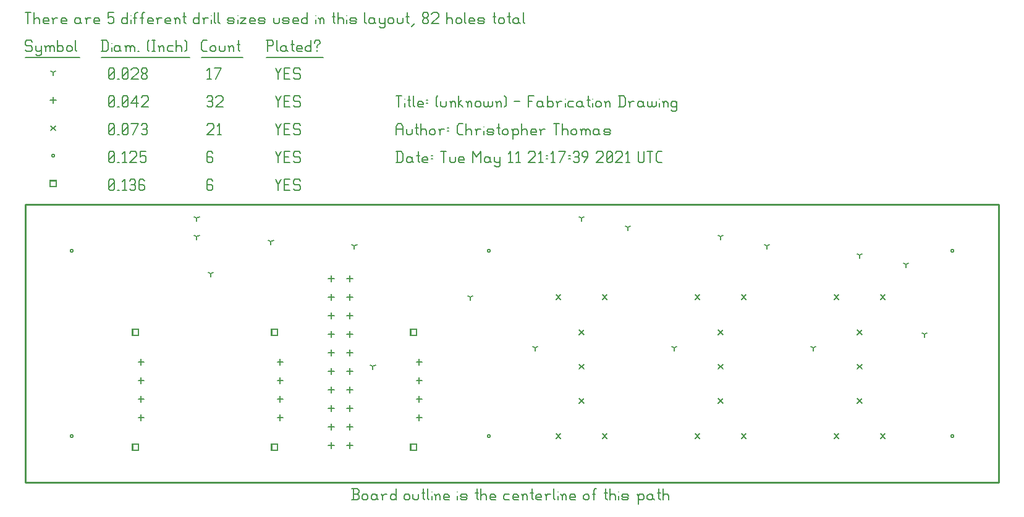
<source format=gbr>
G04 start of page 12 for group -3984 idx -3984 *
G04 Title: (unknown), fab *
G04 Creator: pcb 4.2.2 *
G04 CreationDate: Tue May 11 21:17:39 2021 UTC *
G04 For: thomasc *
G04 Format: Gerber/RS-274X *
G04 PCB-Dimensions (mil): 5250.00 1500.00 *
G04 PCB-Coordinate-Origin: lower left *
%MOIN*%
%FSLAX25Y25*%
%LNFAB*%
%ADD60C,0.0100*%
%ADD59C,0.0075*%
%ADD58C,0.0060*%
%ADD57R,0.0080X0.0080*%
G54D57*X207900Y20600D02*X211100D01*
X207900D02*Y17400D01*
X211100D01*
Y20600D02*Y17400D01*
X207900Y82600D02*X211100D01*
X207900D02*Y79400D01*
X211100D01*
Y82600D02*Y79400D01*
X57900Y20600D02*X61100D01*
X57900D02*Y17400D01*
X61100D01*
Y20600D02*Y17400D01*
X57900Y82600D02*X61100D01*
X57900D02*Y79400D01*
X61100D01*
Y82600D02*Y79400D01*
X132900Y20600D02*X136100D01*
X132900D02*Y17400D01*
X136100D01*
Y20600D02*Y17400D01*
X132900Y82600D02*X136100D01*
X132900D02*Y79400D01*
X136100D01*
Y82600D02*Y79400D01*
X13400Y162850D02*X16600D01*
X13400D02*Y159650D01*
X16600D01*
Y162850D02*Y159650D01*
G54D58*X135000Y163500D02*X136500Y160500D01*
X138000Y163500D01*
X136500Y160500D02*Y157500D01*
X139800Y160800D02*X142050D01*
X139800Y157500D02*X142800D01*
X139800Y163500D02*Y157500D01*
Y163500D02*X142800D01*
X147600D02*X148350Y162750D01*
X145350Y163500D02*X147600D01*
X144600Y162750D02*X145350Y163500D01*
X144600Y162750D02*Y161250D01*
X145350Y160500D01*
X147600D01*
X148350Y159750D01*
Y158250D01*
X147600Y157500D02*X148350Y158250D01*
X145350Y157500D02*X147600D01*
X144600Y158250D02*X145350Y157500D01*
X100250Y163500D02*X101000Y162750D01*
X98750Y163500D02*X100250D01*
X98000Y162750D02*X98750Y163500D01*
X98000Y162750D02*Y158250D01*
X98750Y157500D01*
X100250Y160800D02*X101000Y160050D01*
X98000Y160800D02*X100250D01*
X98750Y157500D02*X100250D01*
X101000Y158250D01*
Y160050D02*Y158250D01*
X45000D02*X45750Y157500D01*
X45000Y162750D02*Y158250D01*
Y162750D02*X45750Y163500D01*
X47250D01*
X48000Y162750D01*
Y158250D01*
X47250Y157500D02*X48000Y158250D01*
X45750Y157500D02*X47250D01*
X45000Y159000D02*X48000Y162000D01*
X49800Y157500D02*X50550D01*
X52350Y162300D02*X53550Y163500D01*
Y157500D01*
X52350D02*X54600D01*
X56400Y162750D02*X57150Y163500D01*
X58650D01*
X59400Y162750D01*
X58650Y157500D02*X59400Y158250D01*
X57150Y157500D02*X58650D01*
X56400Y158250D02*X57150Y157500D01*
Y160800D02*X58650D01*
X59400Y162750D02*Y161550D01*
Y160050D02*Y158250D01*
Y160050D02*X58650Y160800D01*
X59400Y161550D02*X58650Y160800D01*
X63450Y163500D02*X64200Y162750D01*
X61950Y163500D02*X63450D01*
X61200Y162750D02*X61950Y163500D01*
X61200Y162750D02*Y158250D01*
X61950Y157500D01*
X63450Y160800D02*X64200Y160050D01*
X61200Y160800D02*X63450D01*
X61950Y157500D02*X63450D01*
X64200Y158250D01*
Y160050D02*Y158250D01*
X24200Y125000D02*G75*G03X25800Y125000I800J0D01*G01*
G75*G03X24200Y125000I-800J0D01*G01*
Y25000D02*G75*G03X25800Y25000I800J0D01*G01*
G75*G03X24200Y25000I-800J0D01*G01*
X249200Y125000D02*G75*G03X250800Y125000I800J0D01*G01*
G75*G03X249200Y125000I-800J0D01*G01*
Y25000D02*G75*G03X250800Y25000I800J0D01*G01*
G75*G03X249200Y25000I-800J0D01*G01*
X499200Y125000D02*G75*G03X500800Y125000I800J0D01*G01*
G75*G03X499200Y125000I-800J0D01*G01*
Y25000D02*G75*G03X500800Y25000I800J0D01*G01*
G75*G03X499200Y25000I-800J0D01*G01*
X14200Y176250D02*G75*G03X15800Y176250I800J0D01*G01*
G75*G03X14200Y176250I-800J0D01*G01*
X135000Y178500D02*X136500Y175500D01*
X138000Y178500D01*
X136500Y175500D02*Y172500D01*
X139800Y175800D02*X142050D01*
X139800Y172500D02*X142800D01*
X139800Y178500D02*Y172500D01*
Y178500D02*X142800D01*
X147600D02*X148350Y177750D01*
X145350Y178500D02*X147600D01*
X144600Y177750D02*X145350Y178500D01*
X144600Y177750D02*Y176250D01*
X145350Y175500D01*
X147600D01*
X148350Y174750D01*
Y173250D01*
X147600Y172500D02*X148350Y173250D01*
X145350Y172500D02*X147600D01*
X144600Y173250D02*X145350Y172500D01*
X100250Y178500D02*X101000Y177750D01*
X98750Y178500D02*X100250D01*
X98000Y177750D02*X98750Y178500D01*
X98000Y177750D02*Y173250D01*
X98750Y172500D01*
X100250Y175800D02*X101000Y175050D01*
X98000Y175800D02*X100250D01*
X98750Y172500D02*X100250D01*
X101000Y173250D01*
Y175050D02*Y173250D01*
X45000D02*X45750Y172500D01*
X45000Y177750D02*Y173250D01*
Y177750D02*X45750Y178500D01*
X47250D01*
X48000Y177750D01*
Y173250D01*
X47250Y172500D02*X48000Y173250D01*
X45750Y172500D02*X47250D01*
X45000Y174000D02*X48000Y177000D01*
X49800Y172500D02*X50550D01*
X52350Y177300D02*X53550Y178500D01*
Y172500D01*
X52350D02*X54600D01*
X56400Y177750D02*X57150Y178500D01*
X59400D01*
X60150Y177750D01*
Y176250D01*
X56400Y172500D02*X60150Y176250D01*
X56400Y172500D02*X60150D01*
X61950Y178500D02*X64950D01*
X61950D02*Y175500D01*
X62700Y176250D01*
X64200D01*
X64950Y175500D01*
Y173250D01*
X64200Y172500D02*X64950Y173250D01*
X62700Y172500D02*X64200D01*
X61950Y173250D02*X62700Y172500D01*
X461300Y101200D02*X463700Y98800D01*
X461300D02*X463700Y101200D01*
X436300D02*X438700Y98800D01*
X436300D02*X438700Y101200D01*
X461300Y26200D02*X463700Y23800D01*
X461300D02*X463700Y26200D01*
X436300D02*X438700Y23800D01*
X436300D02*X438700Y26200D01*
X448800Y63700D02*X451200Y61300D01*
X448800D02*X451200Y63700D01*
X448800Y82200D02*X451200Y79800D01*
X448800D02*X451200Y82200D01*
X448800Y45200D02*X451200Y42800D01*
X448800D02*X451200Y45200D01*
X386300Y101200D02*X388700Y98800D01*
X386300D02*X388700Y101200D01*
X361300D02*X363700Y98800D01*
X361300D02*X363700Y101200D01*
X386300Y26200D02*X388700Y23800D01*
X386300D02*X388700Y26200D01*
X361300D02*X363700Y23800D01*
X361300D02*X363700Y26200D01*
X373800Y63700D02*X376200Y61300D01*
X373800D02*X376200Y63700D01*
X373800Y82200D02*X376200Y79800D01*
X373800D02*X376200Y82200D01*
X373800Y45200D02*X376200Y42800D01*
X373800D02*X376200Y45200D01*
X311300Y101200D02*X313700Y98800D01*
X311300D02*X313700Y101200D01*
X286300D02*X288700Y98800D01*
X286300D02*X288700Y101200D01*
X311300Y26200D02*X313700Y23800D01*
X311300D02*X313700Y26200D01*
X286300D02*X288700Y23800D01*
X286300D02*X288700Y26200D01*
X298800Y63700D02*X301200Y61300D01*
X298800D02*X301200Y63700D01*
X298800Y82200D02*X301200Y79800D01*
X298800D02*X301200Y82200D01*
X298800Y45200D02*X301200Y42800D01*
X298800D02*X301200Y45200D01*
X13800Y192450D02*X16200Y190050D01*
X13800D02*X16200Y192450D01*
X135000Y193500D02*X136500Y190500D01*
X138000Y193500D01*
X136500Y190500D02*Y187500D01*
X139800Y190800D02*X142050D01*
X139800Y187500D02*X142800D01*
X139800Y193500D02*Y187500D01*
Y193500D02*X142800D01*
X147600D02*X148350Y192750D01*
X145350Y193500D02*X147600D01*
X144600Y192750D02*X145350Y193500D01*
X144600Y192750D02*Y191250D01*
X145350Y190500D01*
X147600D01*
X148350Y189750D01*
Y188250D01*
X147600Y187500D02*X148350Y188250D01*
X145350Y187500D02*X147600D01*
X144600Y188250D02*X145350Y187500D01*
X98000Y192750D02*X98750Y193500D01*
X101000D01*
X101750Y192750D01*
Y191250D01*
X98000Y187500D02*X101750Y191250D01*
X98000Y187500D02*X101750D01*
X103550Y192300D02*X104750Y193500D01*
Y187500D01*
X103550D02*X105800D01*
X45000Y188250D02*X45750Y187500D01*
X45000Y192750D02*Y188250D01*
Y192750D02*X45750Y193500D01*
X47250D01*
X48000Y192750D01*
Y188250D01*
X47250Y187500D02*X48000Y188250D01*
X45750Y187500D02*X47250D01*
X45000Y189000D02*X48000Y192000D01*
X49800Y187500D02*X50550D01*
X52350Y188250D02*X53100Y187500D01*
X52350Y192750D02*Y188250D01*
Y192750D02*X53100Y193500D01*
X54600D01*
X55350Y192750D01*
Y188250D01*
X54600Y187500D02*X55350Y188250D01*
X53100Y187500D02*X54600D01*
X52350Y189000D02*X55350Y192000D01*
X57900Y187500D02*X60900Y193500D01*
X57150D02*X60900D01*
X62700Y192750D02*X63450Y193500D01*
X64950D01*
X65700Y192750D01*
X64950Y187500D02*X65700Y188250D01*
X63450Y187500D02*X64950D01*
X62700Y188250D02*X63450Y187500D01*
Y190800D02*X64950D01*
X65700Y192750D02*Y191550D01*
Y190050D02*Y188250D01*
Y190050D02*X64950Y190800D01*
X65700Y191550D02*X64950Y190800D01*
X212500Y66600D02*Y63400D01*
X210900Y65000D02*X214100D01*
X212500Y56600D02*Y53400D01*
X210900Y55000D02*X214100D01*
X212500Y46600D02*Y43400D01*
X210900Y45000D02*X214100D01*
X212500Y36600D02*Y33400D01*
X210900Y35000D02*X214100D01*
X62500Y66600D02*Y63400D01*
X60900Y65000D02*X64100D01*
X62500Y56600D02*Y53400D01*
X60900Y55000D02*X64100D01*
X62500Y46600D02*Y43400D01*
X60900Y45000D02*X64100D01*
X62500Y36600D02*Y33400D01*
X60900Y35000D02*X64100D01*
X137500Y66600D02*Y63400D01*
X135900Y65000D02*X139100D01*
X137500Y56600D02*Y53400D01*
X135900Y55000D02*X139100D01*
X137500Y46600D02*Y43400D01*
X135900Y45000D02*X139100D01*
X137500Y36600D02*Y33400D01*
X135900Y35000D02*X139100D01*
X175000Y111600D02*Y108400D01*
X173400Y110000D02*X176600D01*
X165000Y111600D02*Y108400D01*
X163400Y110000D02*X166600D01*
X175000Y101600D02*Y98400D01*
X173400Y100000D02*X176600D01*
X165000Y101600D02*Y98400D01*
X163400Y100000D02*X166600D01*
X175000Y91600D02*Y88400D01*
X173400Y90000D02*X176600D01*
X165000Y91600D02*Y88400D01*
X163400Y90000D02*X166600D01*
X175000Y81600D02*Y78400D01*
X173400Y80000D02*X176600D01*
X165000Y81600D02*Y78400D01*
X163400Y80000D02*X166600D01*
X175000Y71600D02*Y68400D01*
X173400Y70000D02*X176600D01*
X165000Y71600D02*Y68400D01*
X163400Y70000D02*X166600D01*
X175000Y61600D02*Y58400D01*
X173400Y60000D02*X176600D01*
X165000Y61600D02*Y58400D01*
X163400Y60000D02*X166600D01*
X175000Y51600D02*Y48400D01*
X173400Y50000D02*X176600D01*
X165000Y51600D02*Y48400D01*
X163400Y50000D02*X166600D01*
X175000Y41600D02*Y38400D01*
X173400Y40000D02*X176600D01*
X165000Y41600D02*Y38400D01*
X163400Y40000D02*X166600D01*
X175000Y31600D02*Y28400D01*
X173400Y30000D02*X176600D01*
X165000Y31600D02*Y28400D01*
X163400Y30000D02*X166600D01*
X175000Y21600D02*Y18400D01*
X173400Y20000D02*X176600D01*
X165000Y21600D02*Y18400D01*
X163400Y20000D02*X166600D01*
X15000Y207850D02*Y204650D01*
X13400Y206250D02*X16600D01*
X135000Y208500D02*X136500Y205500D01*
X138000Y208500D01*
X136500Y205500D02*Y202500D01*
X139800Y205800D02*X142050D01*
X139800Y202500D02*X142800D01*
X139800Y208500D02*Y202500D01*
Y208500D02*X142800D01*
X147600D02*X148350Y207750D01*
X145350Y208500D02*X147600D01*
X144600Y207750D02*X145350Y208500D01*
X144600Y207750D02*Y206250D01*
X145350Y205500D01*
X147600D01*
X148350Y204750D01*
Y203250D01*
X147600Y202500D02*X148350Y203250D01*
X145350Y202500D02*X147600D01*
X144600Y203250D02*X145350Y202500D01*
X98000Y207750D02*X98750Y208500D01*
X100250D01*
X101000Y207750D01*
X100250Y202500D02*X101000Y203250D01*
X98750Y202500D02*X100250D01*
X98000Y203250D02*X98750Y202500D01*
Y205800D02*X100250D01*
X101000Y207750D02*Y206550D01*
Y205050D02*Y203250D01*
Y205050D02*X100250Y205800D01*
X101000Y206550D02*X100250Y205800D01*
X102800Y207750D02*X103550Y208500D01*
X105800D01*
X106550Y207750D01*
Y206250D01*
X102800Y202500D02*X106550Y206250D01*
X102800Y202500D02*X106550D01*
X45000Y203250D02*X45750Y202500D01*
X45000Y207750D02*Y203250D01*
Y207750D02*X45750Y208500D01*
X47250D01*
X48000Y207750D01*
Y203250D01*
X47250Y202500D02*X48000Y203250D01*
X45750Y202500D02*X47250D01*
X45000Y204000D02*X48000Y207000D01*
X49800Y202500D02*X50550D01*
X52350Y203250D02*X53100Y202500D01*
X52350Y207750D02*Y203250D01*
Y207750D02*X53100Y208500D01*
X54600D01*
X55350Y207750D01*
Y203250D01*
X54600Y202500D02*X55350Y203250D01*
X53100Y202500D02*X54600D01*
X52350Y204000D02*X55350Y207000D01*
X57150Y204750D02*X60150Y208500D01*
X57150Y204750D02*X60900D01*
X60150Y208500D02*Y202500D01*
X62700Y207750D02*X63450Y208500D01*
X65700D01*
X66450Y207750D01*
Y206250D01*
X62700Y202500D02*X66450Y206250D01*
X62700Y202500D02*X66450D01*
X187500Y62500D02*Y60900D01*
Y62500D02*X188887Y63300D01*
X187500Y62500D02*X186113Y63300D01*
X275000Y72500D02*Y70900D01*
Y72500D02*X276387Y73300D01*
X275000Y72500D02*X273613Y73300D01*
X350000Y72500D02*Y70900D01*
Y72500D02*X351387Y73300D01*
X350000Y72500D02*X348613Y73300D01*
X425000Y72500D02*Y70900D01*
Y72500D02*X426387Y73300D01*
X425000Y72500D02*X423613Y73300D01*
X300000Y142500D02*Y140900D01*
Y142500D02*X301387Y143300D01*
X300000Y142500D02*X298613Y143300D01*
X92500Y132500D02*Y130900D01*
Y132500D02*X93887Y133300D01*
X92500Y132500D02*X91113Y133300D01*
X92500Y142500D02*Y140900D01*
Y142500D02*X93887Y143300D01*
X92500Y142500D02*X91113Y143300D01*
X375000Y132500D02*Y130900D01*
Y132500D02*X376387Y133300D01*
X375000Y132500D02*X373613Y133300D01*
X325000Y137500D02*Y135900D01*
Y137500D02*X326387Y138300D01*
X325000Y137500D02*X323613Y138300D01*
X400000Y127500D02*Y125900D01*
Y127500D02*X401387Y128300D01*
X400000Y127500D02*X398613Y128300D01*
X450000Y122500D02*Y120900D01*
Y122500D02*X451387Y123300D01*
X450000Y122500D02*X448613Y123300D01*
X132500Y130000D02*Y128400D01*
Y130000D02*X133887Y130800D01*
X132500Y130000D02*X131113Y130800D01*
X100000Y112500D02*Y110900D01*
Y112500D02*X101387Y113300D01*
X100000Y112500D02*X98613Y113300D01*
X177500Y127500D02*Y125900D01*
Y127500D02*X178887Y128300D01*
X177500Y127500D02*X176113Y128300D01*
X240000Y100000D02*Y98400D01*
Y100000D02*X241387Y100800D01*
X240000Y100000D02*X238613Y100800D01*
X475000Y117500D02*Y115900D01*
Y117500D02*X476387Y118300D01*
X475000Y117500D02*X473613Y118300D01*
X485000Y80000D02*Y78400D01*
Y80000D02*X486387Y80800D01*
X485000Y80000D02*X483613Y80800D01*
X15000Y221250D02*Y219650D01*
Y221250D02*X16387Y222050D01*
X15000Y221250D02*X13613Y222050D01*
X135000Y223500D02*X136500Y220500D01*
X138000Y223500D01*
X136500Y220500D02*Y217500D01*
X139800Y220800D02*X142050D01*
X139800Y217500D02*X142800D01*
X139800Y223500D02*Y217500D01*
Y223500D02*X142800D01*
X147600D02*X148350Y222750D01*
X145350Y223500D02*X147600D01*
X144600Y222750D02*X145350Y223500D01*
X144600Y222750D02*Y221250D01*
X145350Y220500D01*
X147600D01*
X148350Y219750D01*
Y218250D01*
X147600Y217500D02*X148350Y218250D01*
X145350Y217500D02*X147600D01*
X144600Y218250D02*X145350Y217500D01*
X98000Y222300D02*X99200Y223500D01*
Y217500D01*
X98000D02*X100250D01*
X102800D02*X105800Y223500D01*
X102050D02*X105800D01*
X45000Y218250D02*X45750Y217500D01*
X45000Y222750D02*Y218250D01*
Y222750D02*X45750Y223500D01*
X47250D01*
X48000Y222750D01*
Y218250D01*
X47250Y217500D02*X48000Y218250D01*
X45750Y217500D02*X47250D01*
X45000Y219000D02*X48000Y222000D01*
X49800Y217500D02*X50550D01*
X52350Y218250D02*X53100Y217500D01*
X52350Y222750D02*Y218250D01*
Y222750D02*X53100Y223500D01*
X54600D01*
X55350Y222750D01*
Y218250D01*
X54600Y217500D02*X55350Y218250D01*
X53100Y217500D02*X54600D01*
X52350Y219000D02*X55350Y222000D01*
X57150Y222750D02*X57900Y223500D01*
X60150D01*
X60900Y222750D01*
Y221250D01*
X57150Y217500D02*X60900Y221250D01*
X57150Y217500D02*X60900D01*
X62700Y218250D02*X63450Y217500D01*
X62700Y219450D02*Y218250D01*
Y219450D02*X63750Y220500D01*
X64650D01*
X65700Y219450D01*
Y218250D01*
X64950Y217500D02*X65700Y218250D01*
X63450Y217500D02*X64950D01*
X62700Y221550D02*X63750Y220500D01*
X62700Y222750D02*Y221550D01*
Y222750D02*X63450Y223500D01*
X64950D01*
X65700Y222750D01*
Y221550D01*
X64650Y220500D02*X65700Y221550D01*
X3000Y238500D02*X3750Y237750D01*
X750Y238500D02*X3000D01*
X0Y237750D02*X750Y238500D01*
X0Y237750D02*Y236250D01*
X750Y235500D01*
X3000D01*
X3750Y234750D01*
Y233250D01*
X3000Y232500D02*X3750Y233250D01*
X750Y232500D02*X3000D01*
X0Y233250D02*X750Y232500D01*
X5550Y235500D02*Y233250D01*
X6300Y232500D01*
X8550Y235500D02*Y231000D01*
X7800Y230250D02*X8550Y231000D01*
X6300Y230250D02*X7800D01*
X5550Y231000D02*X6300Y230250D01*
Y232500D02*X7800D01*
X8550Y233250D01*
X11100Y234750D02*Y232500D01*
Y234750D02*X11850Y235500D01*
X12600D01*
X13350Y234750D01*
Y232500D01*
Y234750D02*X14100Y235500D01*
X14850D01*
X15600Y234750D01*
Y232500D01*
X10350Y235500D02*X11100Y234750D01*
X17400Y238500D02*Y232500D01*
Y233250D02*X18150Y232500D01*
X19650D01*
X20400Y233250D01*
Y234750D02*Y233250D01*
X19650Y235500D02*X20400Y234750D01*
X18150Y235500D02*X19650D01*
X17400Y234750D02*X18150Y235500D01*
X22200Y234750D02*Y233250D01*
Y234750D02*X22950Y235500D01*
X24450D01*
X25200Y234750D01*
Y233250D01*
X24450Y232500D02*X25200Y233250D01*
X22950Y232500D02*X24450D01*
X22200Y233250D02*X22950Y232500D01*
X27000Y238500D02*Y233250D01*
X27750Y232500D01*
X0Y229250D02*X29250D01*
X41750Y238500D02*Y232500D01*
X43700Y238500D02*X44750Y237450D01*
Y233550D01*
X43700Y232500D02*X44750Y233550D01*
X41000Y232500D02*X43700D01*
X41000Y238500D02*X43700D01*
G54D59*X46550Y237000D02*Y236850D01*
G54D58*Y234750D02*Y232500D01*
X50300Y235500D02*X51050Y234750D01*
X48800Y235500D02*X50300D01*
X48050Y234750D02*X48800Y235500D01*
X48050Y234750D02*Y233250D01*
X48800Y232500D01*
X51050Y235500D02*Y233250D01*
X51800Y232500D01*
X48800D02*X50300D01*
X51050Y233250D01*
X54350Y234750D02*Y232500D01*
Y234750D02*X55100Y235500D01*
X55850D01*
X56600Y234750D01*
Y232500D01*
Y234750D02*X57350Y235500D01*
X58100D01*
X58850Y234750D01*
Y232500D01*
X53600Y235500D02*X54350Y234750D01*
X60650Y232500D02*X61400D01*
X65900Y233250D02*X66650Y232500D01*
X65900Y237750D02*X66650Y238500D01*
X65900Y237750D02*Y233250D01*
X68450Y238500D02*X69950D01*
X69200D02*Y232500D01*
X68450D02*X69950D01*
X72500Y234750D02*Y232500D01*
Y234750D02*X73250Y235500D01*
X74000D01*
X74750Y234750D01*
Y232500D01*
X71750Y235500D02*X72500Y234750D01*
X77300Y235500D02*X79550D01*
X76550Y234750D02*X77300Y235500D01*
X76550Y234750D02*Y233250D01*
X77300Y232500D01*
X79550D01*
X81350Y238500D02*Y232500D01*
Y234750D02*X82100Y235500D01*
X83600D01*
X84350Y234750D01*
Y232500D01*
X86150Y238500D02*X86900Y237750D01*
Y233250D01*
X86150Y232500D02*X86900Y233250D01*
X41000Y229250D02*X88700D01*
X96050Y232500D02*X98000D01*
X95000Y233550D02*X96050Y232500D01*
X95000Y237450D02*Y233550D01*
Y237450D02*X96050Y238500D01*
X98000D01*
X99800Y234750D02*Y233250D01*
Y234750D02*X100550Y235500D01*
X102050D01*
X102800Y234750D01*
Y233250D01*
X102050Y232500D02*X102800Y233250D01*
X100550Y232500D02*X102050D01*
X99800Y233250D02*X100550Y232500D01*
X104600Y235500D02*Y233250D01*
X105350Y232500D01*
X106850D01*
X107600Y233250D01*
Y235500D02*Y233250D01*
X110150Y234750D02*Y232500D01*
Y234750D02*X110900Y235500D01*
X111650D01*
X112400Y234750D01*
Y232500D01*
X109400Y235500D02*X110150Y234750D01*
X114950Y238500D02*Y233250D01*
X115700Y232500D01*
X114200Y236250D02*X115700D01*
X95000Y229250D02*X117200D01*
X130750Y238500D02*Y232500D01*
X130000Y238500D02*X133000D01*
X133750Y237750D01*
Y236250D01*
X133000Y235500D02*X133750Y236250D01*
X130750Y235500D02*X133000D01*
X135550Y238500D02*Y233250D01*
X136300Y232500D01*
X140050Y235500D02*X140800Y234750D01*
X138550Y235500D02*X140050D01*
X137800Y234750D02*X138550Y235500D01*
X137800Y234750D02*Y233250D01*
X138550Y232500D01*
X140800Y235500D02*Y233250D01*
X141550Y232500D01*
X138550D02*X140050D01*
X140800Y233250D01*
X144100Y238500D02*Y233250D01*
X144850Y232500D01*
X143350Y236250D02*X144850D01*
X147100Y232500D02*X149350D01*
X146350Y233250D02*X147100Y232500D01*
X146350Y234750D02*Y233250D01*
Y234750D02*X147100Y235500D01*
X148600D01*
X149350Y234750D01*
X146350Y234000D02*X149350D01*
Y234750D02*Y234000D01*
X154150Y238500D02*Y232500D01*
X153400D02*X154150Y233250D01*
X151900Y232500D02*X153400D01*
X151150Y233250D02*X151900Y232500D01*
X151150Y234750D02*Y233250D01*
Y234750D02*X151900Y235500D01*
X153400D01*
X154150Y234750D01*
X157450Y235500D02*Y234750D01*
Y233250D02*Y232500D01*
X155950Y237750D02*Y237000D01*
Y237750D02*X156700Y238500D01*
X158200D01*
X158950Y237750D01*
Y237000D01*
X157450Y235500D02*X158950Y237000D01*
X130000Y229250D02*X160750D01*
X0Y253500D02*X3000D01*
X1500D02*Y247500D01*
X4800Y253500D02*Y247500D01*
Y249750D02*X5550Y250500D01*
X7050D01*
X7800Y249750D01*
Y247500D01*
X10350D02*X12600D01*
X9600Y248250D02*X10350Y247500D01*
X9600Y249750D02*Y248250D01*
Y249750D02*X10350Y250500D01*
X11850D01*
X12600Y249750D01*
X9600Y249000D02*X12600D01*
Y249750D02*Y249000D01*
X15150Y249750D02*Y247500D01*
Y249750D02*X15900Y250500D01*
X17400D01*
X14400D02*X15150Y249750D01*
X19950Y247500D02*X22200D01*
X19200Y248250D02*X19950Y247500D01*
X19200Y249750D02*Y248250D01*
Y249750D02*X19950Y250500D01*
X21450D01*
X22200Y249750D01*
X19200Y249000D02*X22200D01*
Y249750D02*Y249000D01*
X28950Y250500D02*X29700Y249750D01*
X27450Y250500D02*X28950D01*
X26700Y249750D02*X27450Y250500D01*
X26700Y249750D02*Y248250D01*
X27450Y247500D01*
X29700Y250500D02*Y248250D01*
X30450Y247500D01*
X27450D02*X28950D01*
X29700Y248250D01*
X33000Y249750D02*Y247500D01*
Y249750D02*X33750Y250500D01*
X35250D01*
X32250D02*X33000Y249750D01*
X37800Y247500D02*X40050D01*
X37050Y248250D02*X37800Y247500D01*
X37050Y249750D02*Y248250D01*
Y249750D02*X37800Y250500D01*
X39300D01*
X40050Y249750D01*
X37050Y249000D02*X40050D01*
Y249750D02*Y249000D01*
X44550Y253500D02*X47550D01*
X44550D02*Y250500D01*
X45300Y251250D01*
X46800D01*
X47550Y250500D01*
Y248250D01*
X46800Y247500D02*X47550Y248250D01*
X45300Y247500D02*X46800D01*
X44550Y248250D02*X45300Y247500D01*
X55050Y253500D02*Y247500D01*
X54300D02*X55050Y248250D01*
X52800Y247500D02*X54300D01*
X52050Y248250D02*X52800Y247500D01*
X52050Y249750D02*Y248250D01*
Y249750D02*X52800Y250500D01*
X54300D01*
X55050Y249750D01*
G54D59*X56850Y252000D02*Y251850D01*
G54D58*Y249750D02*Y247500D01*
X59100Y252750D02*Y247500D01*
Y252750D02*X59850Y253500D01*
X60600D01*
X58350Y250500D02*X59850D01*
X62850Y252750D02*Y247500D01*
Y252750D02*X63600Y253500D01*
X64350D01*
X62100Y250500D02*X63600D01*
X66600Y247500D02*X68850D01*
X65850Y248250D02*X66600Y247500D01*
X65850Y249750D02*Y248250D01*
Y249750D02*X66600Y250500D01*
X68100D01*
X68850Y249750D01*
X65850Y249000D02*X68850D01*
Y249750D02*Y249000D01*
X71400Y249750D02*Y247500D01*
Y249750D02*X72150Y250500D01*
X73650D01*
X70650D02*X71400Y249750D01*
X76200Y247500D02*X78450D01*
X75450Y248250D02*X76200Y247500D01*
X75450Y249750D02*Y248250D01*
Y249750D02*X76200Y250500D01*
X77700D01*
X78450Y249750D01*
X75450Y249000D02*X78450D01*
Y249750D02*Y249000D01*
X81000Y249750D02*Y247500D01*
Y249750D02*X81750Y250500D01*
X82500D01*
X83250Y249750D01*
Y247500D01*
X80250Y250500D02*X81000Y249750D01*
X85800Y253500D02*Y248250D01*
X86550Y247500D01*
X85050Y251250D02*X86550D01*
X93750Y253500D02*Y247500D01*
X93000D02*X93750Y248250D01*
X91500Y247500D02*X93000D01*
X90750Y248250D02*X91500Y247500D01*
X90750Y249750D02*Y248250D01*
Y249750D02*X91500Y250500D01*
X93000D01*
X93750Y249750D01*
X96300D02*Y247500D01*
Y249750D02*X97050Y250500D01*
X98550D01*
X95550D02*X96300Y249750D01*
G54D59*X100350Y252000D02*Y251850D01*
G54D58*Y249750D02*Y247500D01*
X101850Y253500D02*Y248250D01*
X102600Y247500D01*
X104100Y253500D02*Y248250D01*
X104850Y247500D01*
X109800D02*X112050D01*
X112800Y248250D01*
X112050Y249000D02*X112800Y248250D01*
X109800Y249000D02*X112050D01*
X109050Y249750D02*X109800Y249000D01*
X109050Y249750D02*X109800Y250500D01*
X112050D01*
X112800Y249750D01*
X109050Y248250D02*X109800Y247500D01*
G54D59*X114600Y252000D02*Y251850D01*
G54D58*Y249750D02*Y247500D01*
X116100Y250500D02*X119100D01*
X116100Y247500D02*X119100Y250500D01*
X116100Y247500D02*X119100D01*
X121650D02*X123900D01*
X120900Y248250D02*X121650Y247500D01*
X120900Y249750D02*Y248250D01*
Y249750D02*X121650Y250500D01*
X123150D01*
X123900Y249750D01*
X120900Y249000D02*X123900D01*
Y249750D02*Y249000D01*
X126450Y247500D02*X128700D01*
X129450Y248250D01*
X128700Y249000D02*X129450Y248250D01*
X126450Y249000D02*X128700D01*
X125700Y249750D02*X126450Y249000D01*
X125700Y249750D02*X126450Y250500D01*
X128700D01*
X129450Y249750D01*
X125700Y248250D02*X126450Y247500D01*
X133950Y250500D02*Y248250D01*
X134700Y247500D01*
X136200D01*
X136950Y248250D01*
Y250500D02*Y248250D01*
X139500Y247500D02*X141750D01*
X142500Y248250D01*
X141750Y249000D02*X142500Y248250D01*
X139500Y249000D02*X141750D01*
X138750Y249750D02*X139500Y249000D01*
X138750Y249750D02*X139500Y250500D01*
X141750D01*
X142500Y249750D01*
X138750Y248250D02*X139500Y247500D01*
X145050D02*X147300D01*
X144300Y248250D02*X145050Y247500D01*
X144300Y249750D02*Y248250D01*
Y249750D02*X145050Y250500D01*
X146550D01*
X147300Y249750D01*
X144300Y249000D02*X147300D01*
Y249750D02*Y249000D01*
X152100Y253500D02*Y247500D01*
X151350D02*X152100Y248250D01*
X149850Y247500D02*X151350D01*
X149100Y248250D02*X149850Y247500D01*
X149100Y249750D02*Y248250D01*
Y249750D02*X149850Y250500D01*
X151350D01*
X152100Y249750D01*
G54D59*X156600Y252000D02*Y251850D01*
G54D58*Y249750D02*Y247500D01*
X158850Y249750D02*Y247500D01*
Y249750D02*X159600Y250500D01*
X160350D01*
X161100Y249750D01*
Y247500D01*
X158100Y250500D02*X158850Y249750D01*
X166350Y253500D02*Y248250D01*
X167100Y247500D01*
X165600Y251250D02*X167100D01*
X168600Y253500D02*Y247500D01*
Y249750D02*X169350Y250500D01*
X170850D01*
X171600Y249750D01*
Y247500D01*
G54D59*X173400Y252000D02*Y251850D01*
G54D58*Y249750D02*Y247500D01*
X175650D02*X177900D01*
X178650Y248250D01*
X177900Y249000D02*X178650Y248250D01*
X175650Y249000D02*X177900D01*
X174900Y249750D02*X175650Y249000D01*
X174900Y249750D02*X175650Y250500D01*
X177900D01*
X178650Y249750D01*
X174900Y248250D02*X175650Y247500D01*
X183150Y253500D02*Y248250D01*
X183900Y247500D01*
X187650Y250500D02*X188400Y249750D01*
X186150Y250500D02*X187650D01*
X185400Y249750D02*X186150Y250500D01*
X185400Y249750D02*Y248250D01*
X186150Y247500D01*
X188400Y250500D02*Y248250D01*
X189150Y247500D01*
X186150D02*X187650D01*
X188400Y248250D01*
X190950Y250500D02*Y248250D01*
X191700Y247500D01*
X193950Y250500D02*Y246000D01*
X193200Y245250D02*X193950Y246000D01*
X191700Y245250D02*X193200D01*
X190950Y246000D02*X191700Y245250D01*
Y247500D02*X193200D01*
X193950Y248250D01*
X195750Y249750D02*Y248250D01*
Y249750D02*X196500Y250500D01*
X198000D01*
X198750Y249750D01*
Y248250D01*
X198000Y247500D02*X198750Y248250D01*
X196500Y247500D02*X198000D01*
X195750Y248250D02*X196500Y247500D01*
X200550Y250500D02*Y248250D01*
X201300Y247500D01*
X202800D01*
X203550Y248250D01*
Y250500D02*Y248250D01*
X206100Y253500D02*Y248250D01*
X206850Y247500D01*
X205350Y251250D02*X206850D01*
X208350Y246000D02*X209850Y247500D01*
X214350Y248250D02*X215100Y247500D01*
X214350Y249450D02*Y248250D01*
Y249450D02*X215400Y250500D01*
X216300D01*
X217350Y249450D01*
Y248250D01*
X216600Y247500D02*X217350Y248250D01*
X215100Y247500D02*X216600D01*
X214350Y251550D02*X215400Y250500D01*
X214350Y252750D02*Y251550D01*
Y252750D02*X215100Y253500D01*
X216600D01*
X217350Y252750D01*
Y251550D01*
X216300Y250500D02*X217350Y251550D01*
X219150Y252750D02*X219900Y253500D01*
X222150D01*
X222900Y252750D01*
Y251250D01*
X219150Y247500D02*X222900Y251250D01*
X219150Y247500D02*X222900D01*
X227400Y253500D02*Y247500D01*
Y249750D02*X228150Y250500D01*
X229650D01*
X230400Y249750D01*
Y247500D01*
X232200Y249750D02*Y248250D01*
Y249750D02*X232950Y250500D01*
X234450D01*
X235200Y249750D01*
Y248250D01*
X234450Y247500D02*X235200Y248250D01*
X232950Y247500D02*X234450D01*
X232200Y248250D02*X232950Y247500D01*
X237000Y253500D02*Y248250D01*
X237750Y247500D01*
X240000D02*X242250D01*
X239250Y248250D02*X240000Y247500D01*
X239250Y249750D02*Y248250D01*
Y249750D02*X240000Y250500D01*
X241500D01*
X242250Y249750D01*
X239250Y249000D02*X242250D01*
Y249750D02*Y249000D01*
X244800Y247500D02*X247050D01*
X247800Y248250D01*
X247050Y249000D02*X247800Y248250D01*
X244800Y249000D02*X247050D01*
X244050Y249750D02*X244800Y249000D01*
X244050Y249750D02*X244800Y250500D01*
X247050D01*
X247800Y249750D01*
X244050Y248250D02*X244800Y247500D01*
X253050Y253500D02*Y248250D01*
X253800Y247500D01*
X252300Y251250D02*X253800D01*
X255300Y249750D02*Y248250D01*
Y249750D02*X256050Y250500D01*
X257550D01*
X258300Y249750D01*
Y248250D01*
X257550Y247500D02*X258300Y248250D01*
X256050Y247500D02*X257550D01*
X255300Y248250D02*X256050Y247500D01*
X260850Y253500D02*Y248250D01*
X261600Y247500D01*
X260100Y251250D02*X261600D01*
X265350Y250500D02*X266100Y249750D01*
X263850Y250500D02*X265350D01*
X263100Y249750D02*X263850Y250500D01*
X263100Y249750D02*Y248250D01*
X263850Y247500D01*
X266100Y250500D02*Y248250D01*
X266850Y247500D01*
X263850D02*X265350D01*
X266100Y248250D01*
X268650Y253500D02*Y248250D01*
X269400Y247500D01*
G54D60*X0Y150000D02*Y0D01*
X525000D01*
Y150000D01*
X0D01*
G54D58*X176175Y-9500D02*X179175D01*
X179925Y-8750D01*
Y-6950D02*Y-8750D01*
X179175Y-6200D02*X179925Y-6950D01*
X176925Y-6200D02*X179175D01*
X176925Y-3500D02*Y-9500D01*
X176175Y-3500D02*X179175D01*
X179925Y-4250D01*
Y-5450D01*
X179175Y-6200D02*X179925Y-5450D01*
X181725Y-7250D02*Y-8750D01*
Y-7250D02*X182475Y-6500D01*
X183975D01*
X184725Y-7250D01*
Y-8750D01*
X183975Y-9500D02*X184725Y-8750D01*
X182475Y-9500D02*X183975D01*
X181725Y-8750D02*X182475Y-9500D01*
X188775Y-6500D02*X189525Y-7250D01*
X187275Y-6500D02*X188775D01*
X186525Y-7250D02*X187275Y-6500D01*
X186525Y-7250D02*Y-8750D01*
X187275Y-9500D01*
X189525Y-6500D02*Y-8750D01*
X190275Y-9500D01*
X187275D02*X188775D01*
X189525Y-8750D01*
X192825Y-7250D02*Y-9500D01*
Y-7250D02*X193575Y-6500D01*
X195075D01*
X192075D02*X192825Y-7250D01*
X199875Y-3500D02*Y-9500D01*
X199125D02*X199875Y-8750D01*
X197625Y-9500D02*X199125D01*
X196875Y-8750D02*X197625Y-9500D01*
X196875Y-7250D02*Y-8750D01*
Y-7250D02*X197625Y-6500D01*
X199125D01*
X199875Y-7250D01*
X204375D02*Y-8750D01*
Y-7250D02*X205125Y-6500D01*
X206625D01*
X207375Y-7250D01*
Y-8750D01*
X206625Y-9500D02*X207375Y-8750D01*
X205125Y-9500D02*X206625D01*
X204375Y-8750D02*X205125Y-9500D01*
X209175Y-6500D02*Y-8750D01*
X209925Y-9500D01*
X211425D01*
X212175Y-8750D01*
Y-6500D02*Y-8750D01*
X214725Y-3500D02*Y-8750D01*
X215475Y-9500D01*
X213975Y-5750D02*X215475D01*
X216975Y-3500D02*Y-8750D01*
X217725Y-9500D01*
G54D59*X219225Y-5000D02*Y-5150D01*
G54D58*Y-7250D02*Y-9500D01*
X221475Y-7250D02*Y-9500D01*
Y-7250D02*X222225Y-6500D01*
X222975D01*
X223725Y-7250D01*
Y-9500D01*
X220725Y-6500D02*X221475Y-7250D01*
X226275Y-9500D02*X228525D01*
X225525Y-8750D02*X226275Y-9500D01*
X225525Y-7250D02*Y-8750D01*
Y-7250D02*X226275Y-6500D01*
X227775D01*
X228525Y-7250D01*
X225525Y-8000D02*X228525D01*
Y-7250D02*Y-8000D01*
G54D59*X233025Y-5000D02*Y-5150D01*
G54D58*Y-7250D02*Y-9500D01*
X235275D02*X237525D01*
X238275Y-8750D01*
X237525Y-8000D02*X238275Y-8750D01*
X235275Y-8000D02*X237525D01*
X234525Y-7250D02*X235275Y-8000D01*
X234525Y-7250D02*X235275Y-6500D01*
X237525D01*
X238275Y-7250D01*
X234525Y-8750D02*X235275Y-9500D01*
X243525Y-3500D02*Y-8750D01*
X244275Y-9500D01*
X242775Y-5750D02*X244275D01*
X245775Y-3500D02*Y-9500D01*
Y-7250D02*X246525Y-6500D01*
X248025D01*
X248775Y-7250D01*
Y-9500D01*
X251325D02*X253575D01*
X250575Y-8750D02*X251325Y-9500D01*
X250575Y-7250D02*Y-8750D01*
Y-7250D02*X251325Y-6500D01*
X252825D01*
X253575Y-7250D01*
X250575Y-8000D02*X253575D01*
Y-7250D02*Y-8000D01*
X258825Y-6500D02*X261075D01*
X258075Y-7250D02*X258825Y-6500D01*
X258075Y-7250D02*Y-8750D01*
X258825Y-9500D01*
X261075D01*
X263625D02*X265875D01*
X262875Y-8750D02*X263625Y-9500D01*
X262875Y-7250D02*Y-8750D01*
Y-7250D02*X263625Y-6500D01*
X265125D01*
X265875Y-7250D01*
X262875Y-8000D02*X265875D01*
Y-7250D02*Y-8000D01*
X268425Y-7250D02*Y-9500D01*
Y-7250D02*X269175Y-6500D01*
X269925D01*
X270675Y-7250D01*
Y-9500D01*
X267675Y-6500D02*X268425Y-7250D01*
X273225Y-3500D02*Y-8750D01*
X273975Y-9500D01*
X272475Y-5750D02*X273975D01*
X276225Y-9500D02*X278475D01*
X275475Y-8750D02*X276225Y-9500D01*
X275475Y-7250D02*Y-8750D01*
Y-7250D02*X276225Y-6500D01*
X277725D01*
X278475Y-7250D01*
X275475Y-8000D02*X278475D01*
Y-7250D02*Y-8000D01*
X281025Y-7250D02*Y-9500D01*
Y-7250D02*X281775Y-6500D01*
X283275D01*
X280275D02*X281025Y-7250D01*
X285075Y-3500D02*Y-8750D01*
X285825Y-9500D01*
G54D59*X287325Y-5000D02*Y-5150D01*
G54D58*Y-7250D02*Y-9500D01*
X289575Y-7250D02*Y-9500D01*
Y-7250D02*X290325Y-6500D01*
X291075D01*
X291825Y-7250D01*
Y-9500D01*
X288825Y-6500D02*X289575Y-7250D01*
X294375Y-9500D02*X296625D01*
X293625Y-8750D02*X294375Y-9500D01*
X293625Y-7250D02*Y-8750D01*
Y-7250D02*X294375Y-6500D01*
X295875D01*
X296625Y-7250D01*
X293625Y-8000D02*X296625D01*
Y-7250D02*Y-8000D01*
X301125Y-7250D02*Y-8750D01*
Y-7250D02*X301875Y-6500D01*
X303375D01*
X304125Y-7250D01*
Y-8750D01*
X303375Y-9500D02*X304125Y-8750D01*
X301875Y-9500D02*X303375D01*
X301125Y-8750D02*X301875Y-9500D01*
X306675Y-4250D02*Y-9500D01*
Y-4250D02*X307425Y-3500D01*
X308175D01*
X305925Y-6500D02*X307425D01*
X313125Y-3500D02*Y-8750D01*
X313875Y-9500D01*
X312375Y-5750D02*X313875D01*
X315375Y-3500D02*Y-9500D01*
Y-7250D02*X316125Y-6500D01*
X317625D01*
X318375Y-7250D01*
Y-9500D01*
G54D59*X320175Y-5000D02*Y-5150D01*
G54D58*Y-7250D02*Y-9500D01*
X322425D02*X324675D01*
X325425Y-8750D01*
X324675Y-8000D02*X325425Y-8750D01*
X322425Y-8000D02*X324675D01*
X321675Y-7250D02*X322425Y-8000D01*
X321675Y-7250D02*X322425Y-6500D01*
X324675D01*
X325425Y-7250D01*
X321675Y-8750D02*X322425Y-9500D01*
X330675Y-7250D02*Y-11750D01*
X329925Y-6500D02*X330675Y-7250D01*
X331425Y-6500D01*
X332925D01*
X333675Y-7250D01*
Y-8750D01*
X332925Y-9500D02*X333675Y-8750D01*
X331425Y-9500D02*X332925D01*
X330675Y-8750D02*X331425Y-9500D01*
X337725Y-6500D02*X338475Y-7250D01*
X336225Y-6500D02*X337725D01*
X335475Y-7250D02*X336225Y-6500D01*
X335475Y-7250D02*Y-8750D01*
X336225Y-9500D01*
X338475Y-6500D02*Y-8750D01*
X339225Y-9500D01*
X336225D02*X337725D01*
X338475Y-8750D01*
X341775Y-3500D02*Y-8750D01*
X342525Y-9500D01*
X341025Y-5750D02*X342525D01*
X344025Y-3500D02*Y-9500D01*
Y-7250D02*X344775Y-6500D01*
X346275D01*
X347025Y-7250D01*
Y-9500D01*
X200750Y178500D02*Y172500D01*
X202700Y178500D02*X203750Y177450D01*
Y173550D01*
X202700Y172500D02*X203750Y173550D01*
X200000Y172500D02*X202700D01*
X200000Y178500D02*X202700D01*
X207800Y175500D02*X208550Y174750D01*
X206300Y175500D02*X207800D01*
X205550Y174750D02*X206300Y175500D01*
X205550Y174750D02*Y173250D01*
X206300Y172500D01*
X208550Y175500D02*Y173250D01*
X209300Y172500D01*
X206300D02*X207800D01*
X208550Y173250D01*
X211850Y178500D02*Y173250D01*
X212600Y172500D01*
X211100Y176250D02*X212600D01*
X214850Y172500D02*X217100D01*
X214100Y173250D02*X214850Y172500D01*
X214100Y174750D02*Y173250D01*
Y174750D02*X214850Y175500D01*
X216350D01*
X217100Y174750D01*
X214100Y174000D02*X217100D01*
Y174750D02*Y174000D01*
X218900Y176250D02*X219650D01*
X218900Y174750D02*X219650D01*
X224150Y178500D02*X227150D01*
X225650D02*Y172500D01*
X228950Y175500D02*Y173250D01*
X229700Y172500D01*
X231200D01*
X231950Y173250D01*
Y175500D02*Y173250D01*
X234500Y172500D02*X236750D01*
X233750Y173250D02*X234500Y172500D01*
X233750Y174750D02*Y173250D01*
Y174750D02*X234500Y175500D01*
X236000D01*
X236750Y174750D01*
X233750Y174000D02*X236750D01*
Y174750D02*Y174000D01*
X241250Y178500D02*Y172500D01*
Y178500D02*X243500Y175500D01*
X245750Y178500D01*
Y172500D01*
X249800Y175500D02*X250550Y174750D01*
X248300Y175500D02*X249800D01*
X247550Y174750D02*X248300Y175500D01*
X247550Y174750D02*Y173250D01*
X248300Y172500D01*
X250550Y175500D02*Y173250D01*
X251300Y172500D01*
X248300D02*X249800D01*
X250550Y173250D01*
X253100Y175500D02*Y173250D01*
X253850Y172500D01*
X256100Y175500D02*Y171000D01*
X255350Y170250D02*X256100Y171000D01*
X253850Y170250D02*X255350D01*
X253100Y171000D02*X253850Y170250D01*
Y172500D02*X255350D01*
X256100Y173250D01*
X260600Y177300D02*X261800Y178500D01*
Y172500D01*
X260600D02*X262850D01*
X264650Y177300D02*X265850Y178500D01*
Y172500D01*
X264650D02*X266900D01*
X271400Y177750D02*X272150Y178500D01*
X274400D01*
X275150Y177750D01*
Y176250D01*
X271400Y172500D02*X275150Y176250D01*
X271400Y172500D02*X275150D01*
X276950Y177300D02*X278150Y178500D01*
Y172500D01*
X276950D02*X279200D01*
X281000Y176250D02*X281750D01*
X281000Y174750D02*X281750D01*
X283550Y177300D02*X284750Y178500D01*
Y172500D01*
X283550D02*X285800D01*
X288350D02*X291350Y178500D01*
X287600D02*X291350D01*
X293150Y176250D02*X293900D01*
X293150Y174750D02*X293900D01*
X295700Y177750D02*X296450Y178500D01*
X297950D01*
X298700Y177750D01*
X297950Y172500D02*X298700Y173250D01*
X296450Y172500D02*X297950D01*
X295700Y173250D02*X296450Y172500D01*
Y175800D02*X297950D01*
X298700Y177750D02*Y176550D01*
Y175050D02*Y173250D01*
Y175050D02*X297950Y175800D01*
X298700Y176550D02*X297950Y175800D01*
X301250Y172500D02*X303500Y175500D01*
Y177750D02*Y175500D01*
X302750Y178500D02*X303500Y177750D01*
X301250Y178500D02*X302750D01*
X300500Y177750D02*X301250Y178500D01*
X300500Y177750D02*Y176250D01*
X301250Y175500D01*
X303500D01*
X308000Y177750D02*X308750Y178500D01*
X311000D01*
X311750Y177750D01*
Y176250D01*
X308000Y172500D02*X311750Y176250D01*
X308000Y172500D02*X311750D01*
X313550Y173250D02*X314300Y172500D01*
X313550Y177750D02*Y173250D01*
Y177750D02*X314300Y178500D01*
X315800D01*
X316550Y177750D01*
Y173250D01*
X315800Y172500D02*X316550Y173250D01*
X314300Y172500D02*X315800D01*
X313550Y174000D02*X316550Y177000D01*
X318350Y177750D02*X319100Y178500D01*
X321350D01*
X322100Y177750D01*
Y176250D01*
X318350Y172500D02*X322100Y176250D01*
X318350Y172500D02*X322100D01*
X323900Y177300D02*X325100Y178500D01*
Y172500D01*
X323900D02*X326150D01*
X330650Y178500D02*Y173250D01*
X331400Y172500D01*
X332900D01*
X333650Y173250D01*
Y178500D02*Y173250D01*
X335450Y178500D02*X338450D01*
X336950D02*Y172500D01*
X341300D02*X343250D01*
X340250Y173550D02*X341300Y172500D01*
X340250Y177450D02*Y173550D01*
Y177450D02*X341300Y178500D01*
X343250D01*
X200000Y192000D02*Y187500D01*
Y192000D02*X201050Y193500D01*
X202700D01*
X203750Y192000D01*
Y187500D01*
X200000Y190500D02*X203750D01*
X205550D02*Y188250D01*
X206300Y187500D01*
X207800D01*
X208550Y188250D01*
Y190500D02*Y188250D01*
X211100Y193500D02*Y188250D01*
X211850Y187500D01*
X210350Y191250D02*X211850D01*
X213350Y193500D02*Y187500D01*
Y189750D02*X214100Y190500D01*
X215600D01*
X216350Y189750D01*
Y187500D01*
X218150Y189750D02*Y188250D01*
Y189750D02*X218900Y190500D01*
X220400D01*
X221150Y189750D01*
Y188250D01*
X220400Y187500D02*X221150Y188250D01*
X218900Y187500D02*X220400D01*
X218150Y188250D02*X218900Y187500D01*
X223700Y189750D02*Y187500D01*
Y189750D02*X224450Y190500D01*
X225950D01*
X222950D02*X223700Y189750D01*
X227750Y191250D02*X228500D01*
X227750Y189750D02*X228500D01*
X234050Y187500D02*X236000D01*
X233000Y188550D02*X234050Y187500D01*
X233000Y192450D02*Y188550D01*
Y192450D02*X234050Y193500D01*
X236000D01*
X237800D02*Y187500D01*
Y189750D02*X238550Y190500D01*
X240050D01*
X240800Y189750D01*
Y187500D01*
X243350Y189750D02*Y187500D01*
Y189750D02*X244100Y190500D01*
X245600D01*
X242600D02*X243350Y189750D01*
G54D59*X247400Y192000D02*Y191850D01*
G54D58*Y189750D02*Y187500D01*
X249650D02*X251900D01*
X252650Y188250D01*
X251900Y189000D02*X252650Y188250D01*
X249650Y189000D02*X251900D01*
X248900Y189750D02*X249650Y189000D01*
X248900Y189750D02*X249650Y190500D01*
X251900D01*
X252650Y189750D01*
X248900Y188250D02*X249650Y187500D01*
X255200Y193500D02*Y188250D01*
X255950Y187500D01*
X254450Y191250D02*X255950D01*
X257450Y189750D02*Y188250D01*
Y189750D02*X258200Y190500D01*
X259700D01*
X260450Y189750D01*
Y188250D01*
X259700Y187500D02*X260450Y188250D01*
X258200Y187500D02*X259700D01*
X257450Y188250D02*X258200Y187500D01*
X263000Y189750D02*Y185250D01*
X262250Y190500D02*X263000Y189750D01*
X263750Y190500D01*
X265250D01*
X266000Y189750D01*
Y188250D01*
X265250Y187500D02*X266000Y188250D01*
X263750Y187500D02*X265250D01*
X263000Y188250D02*X263750Y187500D01*
X267800Y193500D02*Y187500D01*
Y189750D02*X268550Y190500D01*
X270050D01*
X270800Y189750D01*
Y187500D01*
X273350D02*X275600D01*
X272600Y188250D02*X273350Y187500D01*
X272600Y189750D02*Y188250D01*
Y189750D02*X273350Y190500D01*
X274850D01*
X275600Y189750D01*
X272600Y189000D02*X275600D01*
Y189750D02*Y189000D01*
X278150Y189750D02*Y187500D01*
Y189750D02*X278900Y190500D01*
X280400D01*
X277400D02*X278150Y189750D01*
X284900Y193500D02*X287900D01*
X286400D02*Y187500D01*
X289700Y193500D02*Y187500D01*
Y189750D02*X290450Y190500D01*
X291950D01*
X292700Y189750D01*
Y187500D01*
X294500Y189750D02*Y188250D01*
Y189750D02*X295250Y190500D01*
X296750D01*
X297500Y189750D01*
Y188250D01*
X296750Y187500D02*X297500Y188250D01*
X295250Y187500D02*X296750D01*
X294500Y188250D02*X295250Y187500D01*
X300050Y189750D02*Y187500D01*
Y189750D02*X300800Y190500D01*
X301550D01*
X302300Y189750D01*
Y187500D01*
Y189750D02*X303050Y190500D01*
X303800D01*
X304550Y189750D01*
Y187500D01*
X299300Y190500D02*X300050Y189750D01*
X308600Y190500D02*X309350Y189750D01*
X307100Y190500D02*X308600D01*
X306350Y189750D02*X307100Y190500D01*
X306350Y189750D02*Y188250D01*
X307100Y187500D01*
X309350Y190500D02*Y188250D01*
X310100Y187500D01*
X307100D02*X308600D01*
X309350Y188250D01*
X312650Y187500D02*X314900D01*
X315650Y188250D01*
X314900Y189000D02*X315650Y188250D01*
X312650Y189000D02*X314900D01*
X311900Y189750D02*X312650Y189000D01*
X311900Y189750D02*X312650Y190500D01*
X314900D01*
X315650Y189750D01*
X311900Y188250D02*X312650Y187500D01*
X200000Y208500D02*X203000D01*
X201500D02*Y202500D01*
G54D59*X204800Y207000D02*Y206850D01*
G54D58*Y204750D02*Y202500D01*
X207050Y208500D02*Y203250D01*
X207800Y202500D01*
X206300Y206250D02*X207800D01*
X209300Y208500D02*Y203250D01*
X210050Y202500D01*
X212300D02*X214550D01*
X211550Y203250D02*X212300Y202500D01*
X211550Y204750D02*Y203250D01*
Y204750D02*X212300Y205500D01*
X213800D01*
X214550Y204750D01*
X211550Y204000D02*X214550D01*
Y204750D02*Y204000D01*
X216350Y206250D02*X217100D01*
X216350Y204750D02*X217100D01*
X221600Y203250D02*X222350Y202500D01*
X221600Y207750D02*X222350Y208500D01*
X221600Y207750D02*Y203250D01*
X224150Y205500D02*Y203250D01*
X224900Y202500D01*
X226400D01*
X227150Y203250D01*
Y205500D02*Y203250D01*
X229700Y204750D02*Y202500D01*
Y204750D02*X230450Y205500D01*
X231200D01*
X231950Y204750D01*
Y202500D01*
X228950Y205500D02*X229700Y204750D01*
X233750Y208500D02*Y202500D01*
Y204750D02*X236000Y202500D01*
X233750Y204750D02*X235250Y206250D01*
X238550Y204750D02*Y202500D01*
Y204750D02*X239300Y205500D01*
X240050D01*
X240800Y204750D01*
Y202500D01*
X237800Y205500D02*X238550Y204750D01*
X242600D02*Y203250D01*
Y204750D02*X243350Y205500D01*
X244850D01*
X245600Y204750D01*
Y203250D01*
X244850Y202500D02*X245600Y203250D01*
X243350Y202500D02*X244850D01*
X242600Y203250D02*X243350Y202500D01*
X247400Y205500D02*Y203250D01*
X248150Y202500D01*
X248900D01*
X249650Y203250D01*
Y205500D02*Y203250D01*
X250400Y202500D01*
X251150D01*
X251900Y203250D01*
Y205500D02*Y203250D01*
X254450Y204750D02*Y202500D01*
Y204750D02*X255200Y205500D01*
X255950D01*
X256700Y204750D01*
Y202500D01*
X253700Y205500D02*X254450Y204750D01*
X258500Y208500D02*X259250Y207750D01*
Y203250D01*
X258500Y202500D02*X259250Y203250D01*
X263750Y205500D02*X266750D01*
X271250Y208500D02*Y202500D01*
Y208500D02*X274250D01*
X271250Y205800D02*X273500D01*
X278300Y205500D02*X279050Y204750D01*
X276800Y205500D02*X278300D01*
X276050Y204750D02*X276800Y205500D01*
X276050Y204750D02*Y203250D01*
X276800Y202500D01*
X279050Y205500D02*Y203250D01*
X279800Y202500D01*
X276800D02*X278300D01*
X279050Y203250D01*
X281600Y208500D02*Y202500D01*
Y203250D02*X282350Y202500D01*
X283850D01*
X284600Y203250D01*
Y204750D02*Y203250D01*
X283850Y205500D02*X284600Y204750D01*
X282350Y205500D02*X283850D01*
X281600Y204750D02*X282350Y205500D01*
X287150Y204750D02*Y202500D01*
Y204750D02*X287900Y205500D01*
X289400D01*
X286400D02*X287150Y204750D01*
G54D59*X291200Y207000D02*Y206850D01*
G54D58*Y204750D02*Y202500D01*
X293450Y205500D02*X295700D01*
X292700Y204750D02*X293450Y205500D01*
X292700Y204750D02*Y203250D01*
X293450Y202500D01*
X295700D01*
X299750Y205500D02*X300500Y204750D01*
X298250Y205500D02*X299750D01*
X297500Y204750D02*X298250Y205500D01*
X297500Y204750D02*Y203250D01*
X298250Y202500D01*
X300500Y205500D02*Y203250D01*
X301250Y202500D01*
X298250D02*X299750D01*
X300500Y203250D01*
X303800Y208500D02*Y203250D01*
X304550Y202500D01*
X303050Y206250D02*X304550D01*
G54D59*X306050Y207000D02*Y206850D01*
G54D58*Y204750D02*Y202500D01*
X307550Y204750D02*Y203250D01*
Y204750D02*X308300Y205500D01*
X309800D01*
X310550Y204750D01*
Y203250D01*
X309800Y202500D02*X310550Y203250D01*
X308300Y202500D02*X309800D01*
X307550Y203250D02*X308300Y202500D01*
X313100Y204750D02*Y202500D01*
Y204750D02*X313850Y205500D01*
X314600D01*
X315350Y204750D01*
Y202500D01*
X312350Y205500D02*X313100Y204750D01*
X320600Y208500D02*Y202500D01*
X322550Y208500D02*X323600Y207450D01*
Y203550D01*
X322550Y202500D02*X323600Y203550D01*
X319850Y202500D02*X322550D01*
X319850Y208500D02*X322550D01*
X326150Y204750D02*Y202500D01*
Y204750D02*X326900Y205500D01*
X328400D01*
X325400D02*X326150Y204750D01*
X332450Y205500D02*X333200Y204750D01*
X330950Y205500D02*X332450D01*
X330200Y204750D02*X330950Y205500D01*
X330200Y204750D02*Y203250D01*
X330950Y202500D01*
X333200Y205500D02*Y203250D01*
X333950Y202500D01*
X330950D02*X332450D01*
X333200Y203250D01*
X335750Y205500D02*Y203250D01*
X336500Y202500D01*
X337250D01*
X338000Y203250D01*
Y205500D02*Y203250D01*
X338750Y202500D01*
X339500D01*
X340250Y203250D01*
Y205500D02*Y203250D01*
G54D59*X342050Y207000D02*Y206850D01*
G54D58*Y204750D02*Y202500D01*
X344300Y204750D02*Y202500D01*
Y204750D02*X345050Y205500D01*
X345800D01*
X346550Y204750D01*
Y202500D01*
X343550Y205500D02*X344300Y204750D01*
X350600Y205500D02*X351350Y204750D01*
X349100Y205500D02*X350600D01*
X348350Y204750D02*X349100Y205500D01*
X348350Y204750D02*Y203250D01*
X349100Y202500D01*
X350600D01*
X351350Y203250D01*
X348350Y201000D02*X349100Y200250D01*
X350600D01*
X351350Y201000D01*
Y205500D02*Y201000D01*
M02*

</source>
